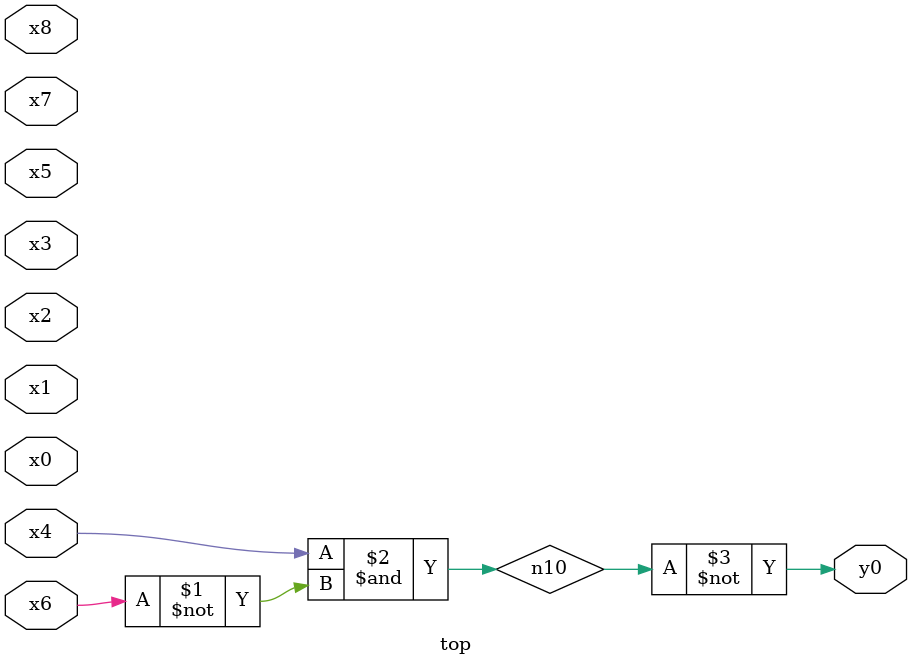
<source format=v>
module top( x0 , x1 , x2 , x3 , x4 , x5 , x6 , x7 , x8 , y0 );
  input x0 , x1 , x2 , x3 , x4 , x5 , x6 , x7 , x8 ;
  output y0 ;
  wire n10 ;
  assign n10 = x4 & ~x6 ;
  assign y0 = ~n10 ;
endmodule

</source>
